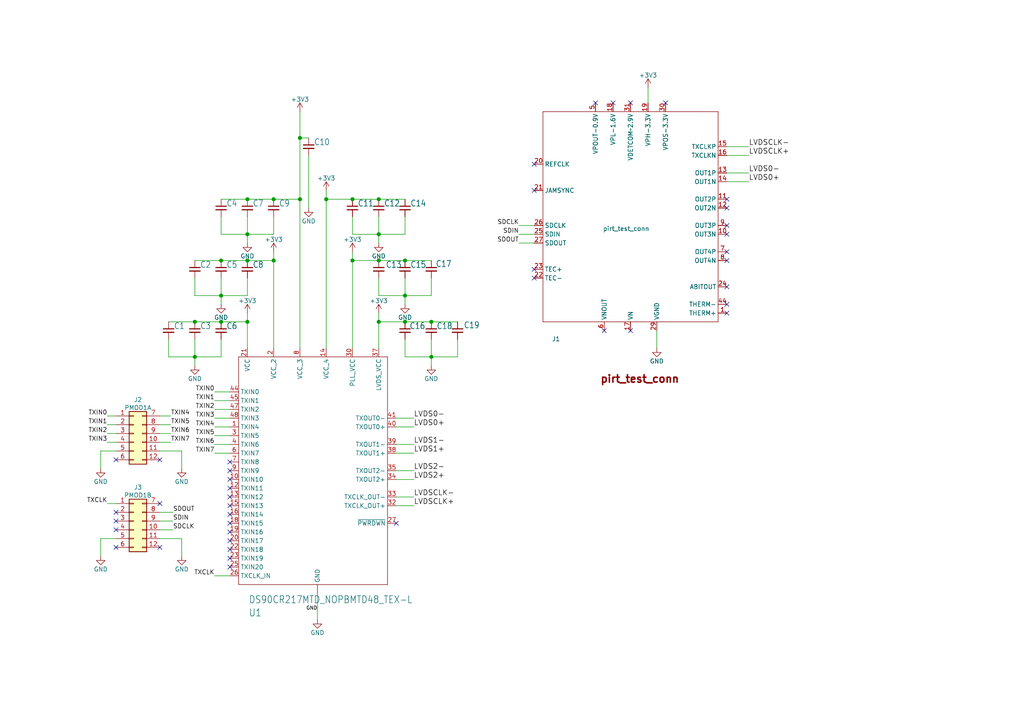
<source format=kicad_sch>
(kicad_sch (version 20210406) (generator eeschema)
  (paper "A4")
  (lib_symbols
    (symbol "Connector_Generic:Conn_02x06_Top_Bottom" (pin_names (offset 1.016) hide)
      (property "Reference" "J" (at 1.27 7.62 0))
      (property "Value" "Conn_02x06_Top_Bottom" (at 1.27 -10.16 0))
      (symbol "Conn_02x06_Top_Bottom_1_1"
        (rectangle (start -1.27 -7.493) (end 0 -7.747) (stroke (width 0.1524)))
        (rectangle (start -1.27 -4.953) (end 0 -5.207) (stroke (width 0.1524)))
        (rectangle (start -1.27 -2.413) (end 0 -2.667) (stroke (width 0.1524)))
        (rectangle (start -1.27 0.127) (end 0 -0.127) (stroke (width 0.1524)))
        (rectangle (start -1.27 2.667) (end 0 2.413) (stroke (width 0.1524)))
        (rectangle (start -1.27 5.207) (end 0 4.953) (stroke (width 0.1524)))
        (rectangle (start 3.81 -7.493) (end 2.54 -7.747) (stroke (width 0.1524)))
        (rectangle (start 3.81 -4.953) (end 2.54 -5.207) (stroke (width 0.1524)))
        (rectangle (start 3.81 -2.413) (end 2.54 -2.667) (stroke (width 0.1524)))
        (rectangle (start 3.81 0.127) (end 2.54 -0.127) (stroke (width 0.1524)))
        (rectangle (start 3.81 2.667) (end 2.54 2.413) (stroke (width 0.1524)))
        (rectangle (start 3.81 5.207) (end 2.54 4.953) (stroke (width 0.1524)))
        (rectangle (start -1.27 6.35) (end 3.81 -8.89) (stroke (width 0.254)) (fill (type background)))
        (pin passive line (at -5.08 5.08 0) (length 3.81) (name "Pin_1") (number "1"))
        (pin passive line (at 7.62 -2.54 180) (length 3.81) (name "Pin_10") (number "10"))
        (pin passive line (at 7.62 -5.08 180) (length 3.81) (name "Pin_11") (number "11"))
        (pin passive line (at 7.62 -7.62 180) (length 3.81) (name "Pin_12") (number "12"))
        (pin passive line (at -5.08 2.54 0) (length 3.81) (name "Pin_2") (number "2"))
        (pin passive line (at -5.08 0 0) (length 3.81) (name "Pin_3") (number "3"))
        (pin passive line (at -5.08 -2.54 0) (length 3.81) (name "Pin_4") (number "4"))
        (pin passive line (at -5.08 -5.08 0) (length 3.81) (name "Pin_5") (number "5"))
        (pin passive line (at -5.08 -7.62 0) (length 3.81) (name "Pin_6") (number "6"))
        (pin passive line (at 7.62 5.08 180) (length 3.81) (name "Pin_7") (number "7"))
        (pin passive line (at 7.62 2.54 180) (length 3.81) (name "Pin_8") (number "8"))
        (pin passive line (at 7.62 0 180) (length 3.81) (name "Pin_9") (number "9"))
      )
    )
    (symbol "Device:C_Small" (pin_numbers hide) (pin_names (offset 0.254) hide)
      (property "Reference" "C" (at 0.254 1.778 0))
      (property "Value" "C_Small" (at 0.254 -2.032 0))
      (symbol "C_Small_0_1"
        (polyline (pts (xy -1.524 -0.508) (xy 1.524 -0.508)) (stroke (width 0.3302)))
        (polyline (pts (xy -1.524 0.508) (xy 1.524 0.508)) (stroke (width 0.3048)))
      )
      (symbol "C_Small_1_1"
        (pin passive line (at 0 2.54 270) (length 2.032) (name "~") (number "1"))
        (pin passive line (at 0 -2.54 90) (length 2.032) (name "~") (number "2"))
      )
    )
    (symbol "power:+3V3" (power) (pin_names (offset 0))
      (property "Value" "+3V3" (at 0 3.556 0))
      (symbol "+3V3_0_1"
        (polyline (pts (xy -0.762 1.27) (xy 0 2.54)))
        (polyline (pts (xy 0 0) (xy 0 2.54)))
        (polyline (pts (xy 0 2.54) (xy 0.762 1.27)))
      )
      (symbol "+3V3_1_1"
        (pin power_in line (at 0 0 90) (length 0) hide (name "+3V3") (number "1"))
      )
    )
    (symbol "power:GND" (power) (pin_names (offset 0))
      (property "Value" "GND" (at 0 -3.81 0))
      (symbol "GND_0_1"
        (polyline (pts (xy 0 0) (xy 0 -1.27) (xy 1.27 -1.27) (xy 0 -2.54) (xy -1.27 -1.27) (xy 0 -1.27)))
      )
      (symbol "GND_1_1"
        (pin power_in line (at 0 0 270) (length 0) hide (name "GND") (number "1"))
      )
    )
    (symbol "proj_lib:DS90CR217MTD"
      (property "Reference" "U" (at -3.81 -41.91 0))
      (property "Value" "DS90CR217MTD" (at 2.54 -38.1 0))
      (symbol "DS90CR217MTD_1_0"
        (polyline (pts (xy -21.59 -33.02) (xy 21.59 -33.02)) (stroke (width 0.1524)))
        (polyline (pts (xy -21.59 33.02) (xy -21.59 -33.02)) (stroke (width 0.1524)))
        (polyline (pts (xy 21.59 -33.02) (xy 21.59 33.02)) (stroke (width 0.1524)))
        (polyline (pts (xy 21.59 33.02) (xy -21.59 33.02)) (stroke (width 0.1524)))
        (pin input line (at -24.13 12.7 0) (length 2.54) (name "TXIN4") (number "1"))
        (pin input line (at -24.13 -2.54 0) (length 2.54) (name "TXIN10") (number "10"))
        (pin power_in line (at 1.27 -35.56 90) (length 2.54) (name "GND") (number "11"))
        (pin input line (at -24.13 -5.08 0) (length 2.54) (name "TXIN11") (number "12"))
        (pin input line (at -24.13 -7.62 0) (length 2.54) (name "TXIN12") (number "13"))
        (pin power_in line (at 3.81 35.56 270) (length 2.54) (name "VCC_4") (number "14"))
        (pin input line (at -24.13 -10.16 0) (length 2.54) (name "TXIN13") (number "15"))
        (pin input line (at -24.13 -12.7 0) (length 2.54) (name "TXIN14") (number "16"))
        (pin input line (at -24.13 -15.24 0) (length 2.54) (name "TXIN15") (number "18"))
        (pin input line (at -24.13 -17.78 0) (length 2.54) (name "TXIN16") (number "19"))
        (pin power_in line (at -11.43 35.56 270) (length 2.54) (name "VCC_2") (number "2"))
        (pin input line (at -24.13 -20.32 0) (length 2.54) (name "TXIN17") (number "20"))
        (pin power_in line (at -19.05 35.56 270) (length 2.54) (name "VCC") (number "21"))
        (pin input line (at -24.13 -22.86 0) (length 2.54) (name "TXIN18") (number "22"))
        (pin input line (at -24.13 -25.4 0) (length 2.54) (name "TXIN19") (number "23"))
        (pin input line (at -24.13 -27.94 0) (length 2.54) (name "TXIN20") (number "25"))
        (pin passive line (at -24.13 -30.48 0) (length 2.54) (name "TXCLK_IN") (number "26"))
        (pin passive line (at 24.13 -15.24 180) (length 2.54) (name "~PWRDWN") (number "27"))
        (pin input line (at -24.13 10.16 0) (length 2.54) (name "TXIN5") (number "3"))
        (pin power_in line (at 11.43 35.56 270) (length 2.54) (name "PLL_VCC") (number "30"))
        (pin output line (at 24.13 -10.16 180) (length 2.54) (name "TXCLK_OUT+") (number "32"))
        (pin output line (at 24.13 -7.62 180) (length 2.54) (name "TXCLK_OUT-") (number "33"))
        (pin output line (at 24.13 -2.54 180) (length 2.54) (name "TXOUT2+") (number "34"))
        (pin output line (at 24.13 0 180) (length 2.54) (name "TXOUT2-") (number "35"))
        (pin passive line (at 19.05 35.56 270) (length 2.54) (name "LVDS_VCC") (number "37"))
        (pin output line (at 24.13 5.08 180) (length 2.54) (name "TXOUT1+") (number "38"))
        (pin output line (at 24.13 7.62 180) (length 2.54) (name "TXOUT1-") (number "39"))
        (pin input line (at -24.13 7.62 0) (length 2.54) (name "TXIN6") (number "4"))
        (pin output line (at 24.13 12.7 180) (length 2.54) (name "TXOUT0+") (number "40"))
        (pin output line (at 24.13 15.24 180) (length 2.54) (name "TXOUT0-") (number "41"))
        (pin input line (at -24.13 22.86 0) (length 2.54) (name "TXIN0") (number "44"))
        (pin input line (at -24.13 20.32 0) (length 2.54) (name "TXIN1") (number "45"))
        (pin input line (at -24.13 17.78 0) (length 2.54) (name "TXIN2") (number "47"))
        (pin input line (at -24.13 15.24 0) (length 2.54) (name "TXIN3") (number "48"))
        (pin input line (at -24.13 5.08 0) (length 2.54) (name "TXIN7") (number "6"))
        (pin input line (at -24.13 2.54 0) (length 2.54) (name "TXIN8") (number "7"))
        (pin power_in line (at -3.81 35.56 270) (length 2.54) (name "VCC_3") (number "8"))
        (pin input line (at -24.13 0 0) (length 2.54) (name "TXIN9") (number "9"))
      )
    )
    (symbol "proj_lib:pirt_test_conn"
      (property "Reference" "J" (at -19.05 -7.62 0))
      (property "Value" "pirt_test_conn" (at -19.05 -7.62 0))
      (symbol "pirt_test_conn_1_0"
        (text "pirt_test_conn" (at -7.62 -44.45 0) (effects (font (size 2.159 2.159) (thickness 0.4318) bold) (justify left bottom)))
        (polyline (pts (xy -24.13 -26.67) (xy -24.13 34.29)) (stroke (width 0.1524)))
        (polyline (pts (xy -24.13 34.29) (xy 26.67 34.29)) (stroke (width 0.1524)))
        (polyline (pts (xy 26.67 -26.67) (xy -24.13 -26.67)) (stroke (width 0.1524)))
        (polyline (pts (xy 26.67 34.29) (xy 26.67 -26.67)) (stroke (width 0.1524)))
        (pin passive line (at 29.21 -24.13 180) (length 2.54) (name "THERM+") (number "1"))
        (pin input line (at 29.21 -1.27 180) (length 2.54) (name "OUT3N") (number "10"))
        (pin input line (at 29.21 8.89 180) (length 2.54) (name "OUT2P") (number "11"))
        (pin input line (at 29.21 6.35 180) (length 2.54) (name "OUT2N") (number "12"))
        (pin input line (at 29.21 16.51 180) (length 2.54) (name "OUT1P") (number "13"))
        (pin input line (at 29.21 13.97 180) (length 2.54) (name "OUT1N") (number "14"))
        (pin input line (at 29.21 24.13 180) (length 2.54) (name "TXCLKP") (number "15"))
        (pin input line (at 29.21 21.59 180) (length 2.54) (name "TXCLKN") (number "16"))
        (pin power_out line (at 1.27 -29.21 90) (length 2.54) (name "VN") (number "17"))
        (pin power_out line (at -3.81 36.83 270) (length 2.54) (name "VPL-1.6V") (number "18"))
        (pin power_out line (at 6.35 36.83 270) (length 2.54) (name "VPH-3.3V") (number "19"))
        (pin input line (at -26.67 19.05 0) (length 2.54) (name "REFCLK") (number "20"))
        (pin input line (at -26.67 11.43 0) (length 2.54) (name "JAMSYNC") (number "21"))
        (pin passive line (at -26.67 -13.97 0) (length 2.54) (name "TEC-") (number "22"))
        (pin passive line (at -26.67 -11.43 0) (length 2.54) (name "TEC+") (number "23"))
        (pin output line (at 29.21 -16.51 180) (length 2.54) (name "ABITOUT") (number "24"))
        (pin input line (at -26.67 -1.27 0) (length 2.54) (name "SDIN") (number "25"))
        (pin input line (at -26.67 1.27 0) (length 2.54) (name "SDCLK") (number "26"))
        (pin output line (at -26.67 -3.81 0) (length 2.54) (name "SDOUT") (number "27"))
        (pin power_out line (at 8.89 -29.21 90) (length 2.54) (name "VGND") (number "29"))
        (pin power_out line (at 11.43 36.83 270) (length 2.54) (name "VPOS-3.3V") (number "30"))
        (pin power_out line (at 1.27 36.83 270) (length 2.54) (name "VDETCOM~~2.9V") (number "31"))
        (pin passive line (at 29.21 -21.59 180) (length 2.54) (name "THERM-") (number "44"))
        (pin power_out line (at -8.89 36.83 270) (length 2.54) (name "VPOUT-0.9V") (number "5"))
        (pin power_out line (at -6.35 -29.21 90) (length 2.54) (name "VNOUT") (number "6"))
        (pin input line (at 29.21 -6.35 180) (length 2.54) (name "OUT4P") (number "7"))
        (pin input line (at 29.21 -8.89 180) (length 2.54) (name "OUT4N") (number "8"))
        (pin input line (at 29.21 1.27 180) (length 2.54) (name "OUT3P") (number "9"))
      )
    )
  )
  (junction (at 56.515 93.345) (diameter 1.016))
  (junction (at 56.515 103.505) (diameter 1.016))
  (junction (at 64.135 75.565) (diameter 1.016))
  (junction (at 64.135 85.725) (diameter 1.016))
  (junction (at 64.135 93.345) (diameter 1.016))
  (junction (at 71.755 57.785) (diameter 1.016))
  (junction (at 71.755 67.945) (diameter 1.016))
  (junction (at 71.755 75.565) (diameter 1.016))
  (junction (at 71.755 93.345) (diameter 1.016))
  (junction (at 79.375 57.785) (diameter 1.016))
  (junction (at 79.375 75.565) (diameter 1.016))
  (junction (at 86.995 40.005) (diameter 1.016))
  (junction (at 86.995 57.785) (diameter 1.016))
  (junction (at 94.615 57.785) (diameter 1.016))
  (junction (at 102.235 57.785) (diameter 1.016))
  (junction (at 102.235 75.565) (diameter 1.016))
  (junction (at 109.855 57.785) (diameter 1.016))
  (junction (at 109.855 67.945) (diameter 1.016))
  (junction (at 109.855 75.565) (diameter 1.016))
  (junction (at 109.855 93.345) (diameter 1.016))
  (junction (at 117.475 75.565) (diameter 1.016))
  (junction (at 117.475 85.725) (diameter 1.016))
  (junction (at 117.475 93.345) (diameter 1.016))
  (junction (at 125.095 93.345) (diameter 1.016))
  (junction (at 125.095 103.505) (diameter 1.016))
  (no_connect (at 33.655 133.35))
  (no_connect (at 33.655 148.59))
  (no_connect (at 33.655 151.13))
  (no_connect (at 33.655 153.67))
  (no_connect (at 33.655 158.75))
  (no_connect (at 46.355 133.35))
  (no_connect (at 46.355 146.05))
  (no_connect (at 46.355 158.75))
  (no_connect (at 66.675 133.985))
  (no_connect (at 66.675 136.525))
  (no_connect (at 66.675 139.065))
  (no_connect (at 66.675 141.605))
  (no_connect (at 66.675 144.145))
  (no_connect (at 66.675 146.685))
  (no_connect (at 66.675 149.225))
  (no_connect (at 66.675 151.765))
  (no_connect (at 66.675 154.305))
  (no_connect (at 66.675 156.845))
  (no_connect (at 66.675 159.385))
  (no_connect (at 66.675 161.925))
  (no_connect (at 66.675 164.465))
  (no_connect (at 114.935 151.765))
  (no_connect (at 154.94 47.625))
  (no_connect (at 154.94 55.245))
  (no_connect (at 154.94 78.105))
  (no_connect (at 154.94 80.645))
  (no_connect (at 172.72 29.845))
  (no_connect (at 175.26 95.885))
  (no_connect (at 177.8 29.845))
  (no_connect (at 182.88 29.845))
  (no_connect (at 182.88 95.885))
  (no_connect (at 193.04 29.845))
  (no_connect (at 210.82 57.785))
  (no_connect (at 210.82 60.325))
  (no_connect (at 210.82 65.405))
  (no_connect (at 210.82 67.945))
  (no_connect (at 210.82 73.025))
  (no_connect (at 210.82 75.565))
  (no_connect (at 210.82 83.185))
  (no_connect (at 210.82 88.265))
  (no_connect (at 210.82 90.805))
  (wire (pts (xy 29.21 130.81) (xy 29.21 135.89)))
  (wire (pts (xy 29.21 156.21) (xy 29.21 161.29)))
  (wire (pts (xy 31.115 120.65) (xy 33.655 120.65)))
  (wire (pts (xy 31.115 123.19) (xy 33.655 123.19)))
  (wire (pts (xy 31.115 125.73) (xy 33.655 125.73)))
  (wire (pts (xy 31.115 128.27) (xy 33.655 128.27)))
  (wire (pts (xy 31.115 146.05) (xy 33.655 146.05)))
  (wire (pts (xy 33.655 130.81) (xy 29.21 130.81)))
  (wire (pts (xy 33.655 156.21) (xy 29.21 156.21)))
  (wire (pts (xy 46.355 120.65) (xy 49.53 120.65)))
  (wire (pts (xy 46.355 123.19) (xy 49.53 123.19)))
  (wire (pts (xy 46.355 125.73) (xy 49.53 125.73)))
  (wire (pts (xy 46.355 128.27) (xy 49.53 128.27)))
  (wire (pts (xy 46.355 130.81) (xy 52.705 130.81)))
  (wire (pts (xy 46.355 148.59) (xy 50.165 148.59)))
  (wire (pts (xy 46.355 151.13) (xy 50.165 151.13)))
  (wire (pts (xy 46.355 153.67) (xy 50.165 153.67)))
  (wire (pts (xy 46.355 156.21) (xy 52.705 156.21)))
  (wire (pts (xy 48.895 93.345) (xy 56.515 93.345)))
  (wire (pts (xy 48.895 98.425) (xy 48.895 103.505)))
  (wire (pts (xy 48.895 103.505) (xy 56.515 103.505)))
  (wire (pts (xy 52.705 130.81) (xy 52.705 135.89)))
  (wire (pts (xy 52.705 156.21) (xy 52.705 161.29)))
  (wire (pts (xy 56.515 75.565) (xy 64.135 75.565)))
  (wire (pts (xy 56.515 80.645) (xy 56.515 85.725)))
  (wire (pts (xy 56.515 85.725) (xy 64.135 85.725)))
  (wire (pts (xy 56.515 93.345) (xy 64.135 93.345)))
  (wire (pts (xy 56.515 98.425) (xy 56.515 103.505)))
  (wire (pts (xy 56.515 103.505) (xy 64.135 103.505)))
  (wire (pts (xy 56.515 106.045) (xy 56.515 103.505)))
  (wire (pts (xy 62.23 113.665) (xy 66.675 113.665)))
  (wire (pts (xy 62.23 116.205) (xy 66.675 116.205)))
  (wire (pts (xy 62.23 118.745) (xy 66.675 118.745)))
  (wire (pts (xy 62.23 121.285) (xy 66.675 121.285)))
  (wire (pts (xy 62.23 123.825) (xy 66.675 123.825)))
  (wire (pts (xy 62.23 126.365) (xy 66.675 126.365)))
  (wire (pts (xy 62.23 128.905) (xy 66.675 128.905)))
  (wire (pts (xy 62.23 131.445) (xy 66.675 131.445)))
  (wire (pts (xy 62.23 167.005) (xy 66.675 167.005)))
  (wire (pts (xy 64.135 57.785) (xy 71.755 57.785)))
  (wire (pts (xy 64.135 62.865) (xy 64.135 67.945)))
  (wire (pts (xy 64.135 67.945) (xy 71.755 67.945)))
  (wire (pts (xy 64.135 75.565) (xy 71.755 75.565)))
  (wire (pts (xy 64.135 80.645) (xy 64.135 85.725)))
  (wire (pts (xy 64.135 85.725) (xy 71.755 85.725)))
  (wire (pts (xy 64.135 88.265) (xy 64.135 85.725)))
  (wire (pts (xy 64.135 98.425) (xy 64.135 103.505)))
  (wire (pts (xy 71.755 62.865) (xy 71.755 67.945)))
  (wire (pts (xy 71.755 67.945) (xy 71.755 70.485)))
  (wire (pts (xy 71.755 67.945) (xy 79.375 67.945)))
  (wire (pts (xy 71.755 75.565) (xy 79.375 75.565)))
  (wire (pts (xy 71.755 80.645) (xy 71.755 85.725)))
  (wire (pts (xy 71.755 90.805) (xy 71.755 93.345)))
  (wire (pts (xy 71.755 93.345) (xy 64.135 93.345)))
  (wire (pts (xy 71.755 100.965) (xy 71.755 93.345)))
  (wire (pts (xy 79.375 57.785) (xy 71.755 57.785)))
  (wire (pts (xy 79.375 57.785) (xy 86.995 57.785)))
  (wire (pts (xy 79.375 62.865) (xy 79.375 67.945)))
  (wire (pts (xy 79.375 73.025) (xy 79.375 75.565)))
  (wire (pts (xy 79.375 100.965) (xy 79.375 75.565)))
  (wire (pts (xy 86.995 32.385) (xy 86.995 40.005)))
  (wire (pts (xy 86.995 40.005) (xy 86.995 57.785)))
  (wire (pts (xy 86.995 100.965) (xy 86.995 57.785)))
  (wire (pts (xy 89.535 40.005) (xy 86.995 40.005)))
  (wire (pts (xy 89.535 45.085) (xy 89.535 60.325)))
  (wire (pts (xy 92.075 172.085) (xy 92.075 179.705)))
  (wire (pts (xy 94.615 55.245) (xy 94.615 57.785)))
  (wire (pts (xy 94.615 100.965) (xy 94.615 57.785)))
  (wire (pts (xy 102.235 57.785) (xy 94.615 57.785)))
  (wire (pts (xy 102.235 57.785) (xy 109.855 57.785)))
  (wire (pts (xy 102.235 62.865) (xy 102.235 67.945)))
  (wire (pts (xy 102.235 67.945) (xy 109.855 67.945)))
  (wire (pts (xy 102.235 73.025) (xy 102.235 75.565)))
  (wire (pts (xy 102.235 100.965) (xy 102.235 75.565)))
  (wire (pts (xy 109.855 57.785) (xy 117.475 57.785)))
  (wire (pts (xy 109.855 62.865) (xy 109.855 67.945)))
  (wire (pts (xy 109.855 67.945) (xy 109.855 70.485)))
  (wire (pts (xy 109.855 67.945) (xy 117.475 67.945)))
  (wire (pts (xy 109.855 75.565) (xy 102.235 75.565)))
  (wire (pts (xy 109.855 75.565) (xy 117.475 75.565)))
  (wire (pts (xy 109.855 80.645) (xy 109.855 85.725)))
  (wire (pts (xy 109.855 85.725) (xy 117.475 85.725)))
  (wire (pts (xy 109.855 90.805) (xy 109.855 93.345)))
  (wire (pts (xy 109.855 93.345) (xy 109.855 100.965)))
  (wire (pts (xy 114.935 121.285) (xy 120.015 121.285)))
  (wire (pts (xy 114.935 123.825) (xy 120.015 123.825)))
  (wire (pts (xy 114.935 128.905) (xy 120.015 128.905)))
  (wire (pts (xy 114.935 131.445) (xy 120.015 131.445)))
  (wire (pts (xy 114.935 136.525) (xy 120.015 136.525)))
  (wire (pts (xy 114.935 139.065) (xy 120.015 139.065)))
  (wire (pts (xy 114.935 144.145) (xy 120.015 144.145)))
  (wire (pts (xy 114.935 146.685) (xy 120.015 146.685)))
  (wire (pts (xy 117.475 62.865) (xy 117.475 67.945)))
  (wire (pts (xy 117.475 80.645) (xy 117.475 85.725)))
  (wire (pts (xy 117.475 85.725) (xy 117.475 88.265)))
  (wire (pts (xy 117.475 93.345) (xy 109.855 93.345)))
  (wire (pts (xy 117.475 93.345) (xy 125.095 93.345)))
  (wire (pts (xy 117.475 98.425) (xy 117.475 103.505)))
  (wire (pts (xy 117.475 103.505) (xy 125.095 103.505)))
  (wire (pts (xy 125.095 75.565) (xy 117.475 75.565)))
  (wire (pts (xy 125.095 80.645) (xy 125.095 85.725)))
  (wire (pts (xy 125.095 85.725) (xy 117.475 85.725)))
  (wire (pts (xy 125.095 93.345) (xy 132.715 93.345)))
  (wire (pts (xy 125.095 98.425) (xy 125.095 103.505)))
  (wire (pts (xy 125.095 103.505) (xy 125.095 106.045)))
  (wire (pts (xy 125.095 103.505) (xy 132.715 103.505)))
  (wire (pts (xy 132.715 98.425) (xy 132.715 103.505)))
  (wire (pts (xy 150.495 65.405) (xy 154.94 65.405)))
  (wire (pts (xy 150.495 67.945) (xy 154.94 67.945)))
  (wire (pts (xy 150.495 70.485) (xy 154.94 70.485)))
  (wire (pts (xy 187.96 25.4) (xy 187.96 29.845)))
  (wire (pts (xy 190.5 95.885) (xy 190.5 100.965)))
  (wire (pts (xy 210.82 42.545) (xy 217.17 42.545)))
  (wire (pts (xy 210.82 45.085) (xy 217.17 45.085)))
  (wire (pts (xy 210.82 50.165) (xy 217.17 50.165)))
  (wire (pts (xy 210.82 52.705) (xy 217.17 52.705)))
  (label "TXIN0" (at 31.115 120.65 180))
  (label "TXIN1" (at 31.115 123.19 180))
  (label "TXIN2" (at 31.115 125.73 180))
  (label "TXIN3" (at 31.115 128.27 180))
  (label "TXCLK" (at 31.115 146.05 180))
  (label "TXIN4" (at 49.53 120.65 0))
  (label "TXIN5" (at 49.53 123.19 0))
  (label "TXIN6" (at 49.53 125.73 0))
  (label "TXIN7" (at 49.53 128.27 0))
  (label "SDOUT" (at 50.165 148.59 0))
  (label "SDIN" (at 50.165 151.13 0))
  (label "SDCLK" (at 50.165 153.67 0))
  (label "TXIN0" (at 62.23 113.665 180))
  (label "TXIN1" (at 62.23 116.205 180))
  (label "TXIN2" (at 62.23 118.745 180))
  (label "TXIN3" (at 62.23 121.285 180))
  (label "TXIN4" (at 62.23 123.825 180))
  (label "TXIN5" (at 62.23 126.365 180))
  (label "TXIN6" (at 62.23 128.905 180))
  (label "TXIN7" (at 62.23 131.445 180))
  (label "TXCLK" (at 62.23 167.005 180))
  (label "GND" (at 92.075 177.165 180) (effects (font (size 1.016 1.016))))
  (label "LVDS0-" (at 120.015 121.285 0) (effects (font (size 1.5113 1.5113))))
  (label "LVDS0+" (at 120.015 123.825 0) (effects (font (size 1.5113 1.5113))))
  (label "LVDS1-" (at 120.015 128.905 0) (effects (font (size 1.5113 1.5113))))
  (label "LVDS1+" (at 120.015 131.445 0) (effects (font (size 1.5113 1.5113))))
  (label "LVDS2-" (at 120.015 136.525 0) (effects (font (size 1.5113 1.5113))))
  (label "LVDS2+" (at 120.015 139.065 0) (effects (font (size 1.5113 1.5113))))
  (label "LVDSCLK-" (at 120.015 144.145 0) (effects (font (size 1.5113 1.5113))))
  (label "LVDSCLK+" (at 120.015 146.685 0) (effects (font (size 1.5113 1.5113))))
  (label "SDCLK" (at 150.495 65.405 180))
  (label "SDIN" (at 150.495 67.945 180))
  (label "SDOUT" (at 150.495 70.485 180))
  (label "LVDSCLK-" (at 217.17 42.545 0) (effects (font (size 1.5113 1.5113))))
  (label "LVDSCLK+" (at 217.17 45.085 0) (effects (font (size 1.5113 1.5113))))
  (label "LVDS0-" (at 217.17 50.165 0) (effects (font (size 1.5113 1.5113))))
  (label "LVDS0+" (at 217.17 52.705 0) (effects (font (size 1.5113 1.5113))))
  (symbol (lib_id "power:+3V3") (at 71.755 90.805 0) (unit 1)
    (property "Reference" "#3.3V0106" (effects hide))
    (property "Value" "+3V3" (at 71.755 87.249 0))
  )
  (symbol (lib_id "power:+3V3") (at 79.375 73.025 0) (unit 1)
    (property "Reference" "#3.3V0104" (effects hide))
    (property "Value" "+3V3" (at 79.375 69.469 0))
  )
  (symbol (lib_id "power:+3V3") (at 86.995 32.385 0) (unit 1)
    (property "Reference" "#3.3V0105" (effects hide))
    (property "Value" "+3V3" (at 86.995 28.829 0))
  )
  (symbol (lib_id "power:+3V3") (at 94.615 55.245 0) (unit 1)
    (property "Reference" "#3.3V0101" (effects hide))
    (property "Value" "+3V3" (at 94.615 51.689 0))
  )
  (symbol (lib_id "power:+3V3") (at 102.235 73.025 0) (unit 1)
    (property "Reference" "#3.3V0103" (effects hide))
    (property "Value" "+3V3" (at 102.235 69.469 0))
  )
  (symbol (lib_id "power:+3V3") (at 109.855 90.805 0) (unit 1)
    (property "Reference" "#3.3V0102" (effects hide))
    (property "Value" "+3V3" (at 109.855 87.249 0))
  )
  (symbol (lib_id "power:+3V3") (at 187.96 25.4 0) (unit 1)
    (property "Reference" "#3.3V01" (effects hide))
    (property "Value" "+3V3" (at 187.96 21.844 0))
  )
  (symbol (lib_id "power:GND") (at 29.21 135.89 0) (unit 1)
    (property "Reference" "#GND0110" (effects hide))
    (property "Value" "GND" (at 29.21 139.7 0))
  )
  (symbol (lib_id "power:GND") (at 29.21 161.29 0) (unit 1)
    (property "Reference" "#GND0111" (effects hide))
    (property "Value" "GND" (at 29.21 165.1 0))
  )
  (symbol (lib_id "power:GND") (at 52.705 135.89 0) (unit 1)
    (property "Reference" "#GND0109" (effects hide))
    (property "Value" "GND" (at 52.705 139.7 0))
  )
  (symbol (lib_id "power:GND") (at 52.705 161.29 0) (unit 1)
    (property "Reference" "#GND0112" (effects hide))
    (property "Value" "GND" (at 52.705 165.1 0))
  )
  (symbol (lib_id "power:GND") (at 56.515 106.045 0) (unit 1)
    (property "Reference" "#GND0105" (effects hide))
    (property "Value" "GND" (at 56.515 109.855 0))
  )
  (symbol (lib_id "power:GND") (at 64.135 88.265 0) (unit 1)
    (property "Reference" "#GND0108" (effects hide))
    (property "Value" "GND" (at 64.135 92.075 0))
  )
  (symbol (lib_id "power:GND") (at 71.755 70.485 0) (unit 1)
    (property "Reference" "#GND0107" (effects hide))
    (property "Value" "GND" (at 71.755 74.295 0))
  )
  (symbol (lib_id "power:GND") (at 89.535 60.325 0) (unit 1)
    (property "Reference" "#GND0106" (effects hide))
    (property "Value" "GND" (at 89.535 64.135 0))
  )
  (symbol (lib_id "power:GND") (at 92.075 179.705 0) (unit 1)
    (property "Reference" "#GND0104" (effects hide))
    (property "Value" "GND" (at 92.075 183.515 0))
  )
  (symbol (lib_id "power:GND") (at 109.855 70.485 0) (unit 1)
    (property "Reference" "#GND0102" (effects hide))
    (property "Value" "GND" (at 109.855 74.295 0))
  )
  (symbol (lib_id "power:GND") (at 117.475 88.265 0) (unit 1)
    (property "Reference" "#GND0101" (effects hide))
    (property "Value" "GND" (at 117.475 92.075 0))
  )
  (symbol (lib_id "power:GND") (at 125.095 106.045 0) (unit 1)
    (property "Reference" "#GND0103" (effects hide))
    (property "Value" "GND" (at 125.095 109.855 0))
  )
  (symbol (lib_id "power:GND") (at 190.5 100.965 0) (unit 1)
    (property "Reference" "#GND01" (effects hide))
    (property "Value" "GND" (at 190.5 104.775 0))
  )
  (symbol (lib_id "Device:C_Small") (at 48.895 95.885 0) (unit 1)
    (property "Reference" "C1" (at 50.419 95.504 0) (effects (font (size 1.778 1.5113)) (justify left bottom)))
    (property "Value" "100n" (at 50.419 100.584 0) (effects (font (size 1.778 1.5113)) (justify left bottom)))
    (property "Footprint" "Capacitor_SMD:C_0805_2012Metric_Pad1.18x1.45mm_HandSolder" (effects hide))
    (property "Value" "100n" (effects hide))
  )
  (symbol (lib_id "Device:C_Small") (at 56.515 78.105 0) (unit 1)
    (property "Reference" "C2" (at 58.039 77.724 0) (effects (font (size 1.778 1.5113)) (justify left bottom)))
    (property "Value" "100n" (at 58.039 82.804 0) (effects (font (size 1.778 1.5113)) (justify left bottom)))
    (property "Footprint" "Capacitor_SMD:C_0402_1005Metric_Pad0.74x0.62mm_HandSolder" (effects hide))
    (property "Value" "100n" (effects hide))
  )
  (symbol (lib_id "Device:C_Small") (at 56.515 95.885 0) (unit 1)
    (property "Reference" "C3" (at 58.039 95.504 0) (effects (font (size 1.778 1.5113)) (justify left bottom)))
    (property "Value" "10n" (at 58.039 100.584 0) (effects (font (size 1.778 1.5113)) (justify left bottom)))
    (property "Footprint" "Capacitor_SMD:C_0603_1608Metric_Pad1.08x0.95mm_HandSolder" (effects hide))
    (property "Value" "10n" (effects hide))
  )
  (symbol (lib_id "Device:C_Small") (at 64.135 60.325 0) (unit 1)
    (property "Reference" "C4" (at 65.659 59.944 0) (effects (font (size 1.778 1.5113)) (justify left bottom)))
    (property "Value" "100n" (at 65.659 65.024 0) (effects (font (size 1.778 1.5113)) (justify left bottom)))
    (property "Footprint" "Capacitor_SMD:C_0805_2012Metric_Pad1.18x1.45mm_HandSolder" (effects hide))
    (property "Value" "100n" (effects hide))
  )
  (symbol (lib_id "Device:C_Small") (at 64.135 78.105 0) (unit 1)
    (property "Reference" "C5" (at 65.659 77.724 0) (effects (font (size 1.778 1.5113)) (justify left bottom)))
    (property "Value" "10n" (at 65.659 82.804 0) (effects (font (size 1.778 1.5113)) (justify left bottom)))
    (property "Footprint" "Capacitor_SMD:C_0603_1608Metric_Pad1.08x0.95mm_HandSolder" (effects hide))
    (property "Value" "10n" (effects hide))
  )
  (symbol (lib_id "Device:C_Small") (at 64.135 95.885 0) (unit 1)
    (property "Reference" "C6" (at 65.659 95.504 0) (effects (font (size 1.778 1.5113)) (justify left bottom)))
    (property "Value" "1n" (at 65.659 100.584 0) (effects (font (size 1.778 1.5113)) (justify left bottom)))
    (property "Footprint" "Capacitor_SMD:C_0402_1005Metric_Pad0.74x0.62mm_HandSolder" (effects hide))
    (property "Value" "1n" (effects hide))
  )
  (symbol (lib_id "Device:C_Small") (at 71.755 60.325 0) (unit 1)
    (property "Reference" "C7" (at 73.279 59.944 0) (effects (font (size 1.778 1.5113)) (justify left bottom)))
    (property "Value" "10n" (at 73.279 65.024 0) (effects (font (size 1.778 1.5113)) (justify left bottom)))
    (property "Footprint" "Capacitor_SMD:C_0603_1608Metric_Pad1.08x0.95mm_HandSolder" (effects hide))
    (property "Value" "10n" (effects hide))
  )
  (symbol (lib_id "Device:C_Small") (at 71.755 78.105 0) (unit 1)
    (property "Reference" "C8" (at 73.279 77.724 0) (effects (font (size 1.778 1.5113)) (justify left bottom)))
    (property "Value" "1n" (at 73.279 82.804 0) (effects (font (size 1.778 1.5113)) (justify left bottom)))
    (property "Footprint" "Capacitor_SMD:C_0402_1005Metric_Pad0.74x0.62mm_HandSolder" (effects hide))
    (property "Value" "1n" (effects hide))
  )
  (symbol (lib_id "Device:C_Small") (at 79.375 60.325 0) (unit 1)
    (property "Reference" "C9" (at 80.899 59.944 0) (effects (font (size 1.778 1.5113)) (justify left bottom)))
    (property "Value" "1n" (at 80.899 65.024 0) (effects (font (size 1.778 1.5113)) (justify left bottom)))
    (property "Footprint" "Capacitor_SMD:C_0402_1005Metric_Pad0.74x0.62mm_HandSolder" (effects hide))
    (property "Value" "1n" (effects hide))
  )
  (symbol (lib_id "Device:C_Small") (at 89.535 42.545 0) (unit 1)
    (property "Reference" "C10" (at 91.059 42.164 0) (effects (font (size 1.778 1.5113)) (justify left bottom)))
    (property "Value" "10u" (at 91.059 47.244 0) (effects (font (size 1.778 1.5113)) (justify left bottom)))
    (property "Footprint" "Capacitor_SMD:C_0603_1608Metric_Pad1.08x0.95mm_HandSolder" (effects hide))
    (property "Value" "10u" (effects hide))
  )
  (symbol (lib_id "Device:C_Small") (at 102.235 60.325 0) (unit 1)
    (property "Reference" "C11" (at 103.759 59.944 0) (effects (font (size 1.778 1.5113)) (justify left bottom)))
    (property "Value" "1n" (at 103.759 65.024 0) (effects (font (size 1.778 1.5113)) (justify left bottom)))
    (property "Footprint" "Capacitor_SMD:C_0402_1005Metric_Pad0.74x0.62mm_HandSolder" (effects hide))
    (property "Value" "1n" (effects hide))
  )
  (symbol (lib_id "Device:C_Small") (at 109.855 60.325 0) (unit 1)
    (property "Reference" "C12" (at 111.379 59.944 0) (effects (font (size 1.778 1.5113)) (justify left bottom)))
    (property "Value" "10n" (at 111.379 65.024 0) (effects (font (size 1.778 1.5113)) (justify left bottom)))
    (property "Footprint" "Capacitor_SMD:C_0603_1608Metric_Pad1.08x0.95mm_HandSolder" (effects hide))
    (property "Value" "10n" (effects hide))
  )
  (symbol (lib_id "Device:C_Small") (at 109.855 78.105 0) (unit 1)
    (property "Reference" "C13" (at 111.887 77.724 0) (effects (font (size 1.778 1.5113)) (justify left bottom)))
    (property "Value" "1n" (at 111.887 82.042 0) (effects (font (size 1.778 1.5113)) (justify left bottom)))
    (property "Footprint" "Capacitor_SMD:C_0402_1005Metric_Pad0.74x0.62mm_HandSolder" (effects hide))
    (property "Value" "1n" (effects hide))
  )
  (symbol (lib_id "Device:C_Small") (at 117.475 60.325 0) (unit 1)
    (property "Reference" "C14" (at 118.999 59.944 0) (effects (font (size 1.778 1.5113)) (justify left bottom)))
    (property "Value" "100n" (at 118.999 65.024 0) (effects (font (size 1.778 1.5113)) (justify left bottom)))
    (property "Footprint" "Capacitor_SMD:C_0805_2012Metric_Pad1.18x1.45mm_HandSolder" (effects hide))
    (property "Value" "100n" (effects hide))
  )
  (symbol (lib_id "Device:C_Small") (at 117.475 78.105 0) (unit 1)
    (property "Reference" "C15" (at 118.999 77.724 0) (effects (font (size 1.778 1.5113)) (justify left bottom)))
    (property "Value" "10n" (at 119.253 82.042 0) (effects (font (size 1.778 1.5113)) (justify left bottom)))
    (property "Footprint" "Capacitor_SMD:C_0603_1608Metric_Pad1.08x0.95mm_HandSolder" (effects hide))
    (property "Value" "10n" (effects hide))
  )
  (symbol (lib_id "Device:C_Small") (at 117.475 95.885 0) (unit 1)
    (property "Reference" "C16" (at 118.745 95.504 0) (effects (font (size 1.778 1.5113)) (justify left bottom)))
    (property "Value" "1n" (at 118.745 100.33 0) (effects (font (size 1.778 1.5113)) (justify left bottom)))
    (property "Footprint" "Capacitor_SMD:C_0402_1005Metric_Pad0.74x0.62mm_HandSolder" (effects hide))
    (property "Value" "1n" (effects hide))
  )
  (symbol (lib_id "Device:C_Small") (at 125.095 78.105 0) (unit 1)
    (property "Reference" "C17" (at 126.365 77.47 0) (effects (font (size 1.778 1.5113)) (justify left bottom)))
    (property "Value" "100n" (at 126.619 82.804 0) (effects (font (size 1.778 1.5113)) (justify left bottom)))
    (property "Footprint" "Capacitor_SMD:C_0805_2012Metric_Pad1.18x1.45mm_HandSolder" (effects hide))
    (property "Value" "100n" (effects hide))
  )
  (symbol (lib_id "Device:C_Small") (at 125.095 95.885 0) (unit 1)
    (property "Reference" "C18" (at 126.619 95.504 0) (effects (font (size 1.778 1.5113)) (justify left bottom)))
    (property "Value" "10n" (at 126.619 100.33 0) (effects (font (size 1.778 1.5113)) (justify left bottom)))
    (property "Footprint" "Capacitor_SMD:C_0402_1005Metric_Pad0.74x0.62mm_HandSolder" (effects hide))
    (property "Value" "10n" (effects hide))
  )
  (symbol (lib_id "Device:C_Small") (at 132.715 95.885 0) (unit 1)
    (property "Reference" "C19" (at 134.493 95.25 0) (effects (font (size 1.778 1.5113)) (justify left bottom)))
    (property "Value" "100n" (at 134.239 100.584 0) (effects (font (size 1.778 1.5113)) (justify left bottom)))
    (property "Footprint" "Capacitor_SMD:C_0805_2012Metric_Pad1.18x1.45mm_HandSolder" (effects hide))
    (property "Value" "100n" (effects hide))
  )
  (symbol (lib_id "Connector_Generic:Conn_02x06_Top_Bottom") (at 38.735 125.73 0) (unit 1)
    (property "Reference" "J2" (at 40.005 115.9468 0))
    (property "Value" "PMOD1A" (at 40.005 118.2455 0))
    (property "Footprint" "proj_footprints:PMOD" (effects hide))
  )
  (symbol (lib_id "Connector_Generic:Conn_02x06_Top_Bottom") (at 38.735 151.13 0) (unit 1)
    (property "Reference" "J3" (at 40.005 141.3468 0))
    (property "Value" "PMOD1B" (at 40.005 143.6455 0))
    (property "Footprint" "proj_footprints:PMOD" (effects hide))
  )
  (symbol (lib_id "proj_lib:DS90CR217MTD") (at 90.805 136.525 0) (unit 1)
    (property "Reference" "U1" (at 72.1106 178.8414 0) (effects (font (size 2.0828 1.7703)) (justify left bottom)))
    (property "Value" "DS90CR217MTD_NOPBMTD48_TEX-L" (at 72.1106 175.0314 0) (effects (font (size 2.0828 1.7703)) (justify left bottom)))
    (property "Footprint" "proj_footprints:MTD48" (effects hide))
  )
  (symbol (lib_id "proj_lib:pirt_test_conn") (at 181.61 66.675 0) (unit 1)
    (property "Reference" "J1" (at 161.29 98.3042 0))
    (property "Value" "pirt_test_conn" (at 181.61 66.3129 0))
    (property "Footprint" "proj_footprints:pirt_test_conn" (effects hide))
  )
)
</source>
